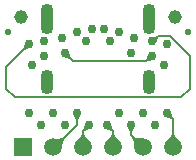
<source format=gbr>
%TF.GenerationSoftware,Altium Limited,Altium Designer,21.3.2 (30)*%
G04 Layer_Physical_Order=4*
G04 Layer_Color=16711680*
%FSLAX44Y44*%
%MOMM*%
%TF.SameCoordinates,675AFF39-0D07-4396-8A84-043E8CC343DD*%
%TF.FilePolarity,Positive*%
%TF.FileFunction,Copper,L4,Bot,Signal*%
%TF.Part,Single*%
G01*
G75*
%TA.AperFunction,Conductor*%
%ADD13C,0.2032*%
%TA.AperFunction,WasherPad*%
%ADD14C,1.1520*%
%TA.AperFunction,ComponentPad*%
%ADD15R,1.5000X1.5000*%
%ADD16C,1.5000*%
%ADD17O,1.1000X2.6000*%
%ADD18O,1.1000X2.1000*%
%TA.AperFunction,ViaPad*%
%ADD19C,0.7620*%
%ADD20C,0.5588*%
G36*
X50973Y-7407D02*
X50769Y-7630D01*
X50577Y-7881D01*
X50396Y-8159D01*
X50228Y-8465D01*
X50071Y-8798D01*
X49926Y-9158D01*
X49671Y-9961D01*
X49561Y-10404D01*
X49462Y-10874D01*
X46509Y-6432D01*
X46923Y-6506D01*
X47319Y-6545D01*
X47697Y-6552D01*
X48057Y-6525D01*
X48399Y-6465D01*
X48723Y-6373D01*
X49029Y-6246D01*
X49316Y-6087D01*
X49585Y-5895D01*
X49837Y-5669D01*
X50973Y-7407D01*
D02*
G37*
G36*
X-58458Y-16510D02*
X-58909Y-16517D01*
X-59336Y-16547D01*
X-59740Y-16601D01*
X-60121Y-16678D01*
X-60478Y-16779D01*
X-60812Y-16903D01*
X-61123Y-17050D01*
X-61410Y-17220D01*
X-61674Y-17414D01*
X-61915Y-17631D01*
X-63351Y-16195D01*
X-63134Y-15954D01*
X-62940Y-15690D01*
X-62770Y-15403D01*
X-62622Y-15092D01*
X-62499Y-14758D01*
X-62398Y-14401D01*
X-62321Y-14020D01*
X-62267Y-13616D01*
X-62237Y-13189D01*
X-62230Y-12738D01*
X-58458Y-16510D01*
D02*
G37*
G36*
X-24123Y-20809D02*
X-24093Y-21236D01*
X-24039Y-21640D01*
X-23962Y-22021D01*
X-23861Y-22378D01*
X-23737Y-22712D01*
X-23590Y-23023D01*
X-23420Y-23310D01*
X-23226Y-23574D01*
X-23009Y-23815D01*
X-24445Y-25251D01*
X-24686Y-25034D01*
X-24950Y-24840D01*
X-25237Y-24670D01*
X-25548Y-24523D01*
X-25882Y-24399D01*
X-26239Y-24298D01*
X-26620Y-24221D01*
X-27024Y-24167D01*
X-27451Y-24137D01*
X-27902Y-24130D01*
X-24130Y-20358D01*
X-24123Y-20809D01*
D02*
G37*
G36*
X44931Y-26588D02*
X44517Y-26514D01*
X44121Y-26475D01*
X43743Y-26468D01*
X43383Y-26495D01*
X43041Y-26555D01*
X42717Y-26647D01*
X42411Y-26774D01*
X42124Y-26933D01*
X41855Y-27125D01*
X41603Y-27351D01*
X40467Y-25613D01*
X40671Y-25390D01*
X40863Y-25139D01*
X41044Y-24861D01*
X41212Y-24555D01*
X41369Y-24222D01*
X41514Y-23862D01*
X41769Y-23059D01*
X41879Y-22616D01*
X41978Y-22146D01*
X44931Y-26588D01*
D02*
G37*
G36*
X62237Y-71609D02*
X62267Y-72036D01*
X62321Y-72440D01*
X62398Y-72821D01*
X62499Y-73178D01*
X62622Y-73512D01*
X62770Y-73823D01*
X62940Y-74110D01*
X63134Y-74374D01*
X63351Y-74615D01*
X61915Y-76051D01*
X61674Y-75834D01*
X61410Y-75640D01*
X61123Y-75470D01*
X60812Y-75322D01*
X60478Y-75199D01*
X60121Y-75098D01*
X59740Y-75021D01*
X59336Y-74967D01*
X58909Y-74937D01*
X58458Y-74930D01*
X62230Y-71158D01*
X62237Y-71609D01*
D02*
G37*
G36*
X-15427Y-74165D02*
X-15707Y-74488D01*
X-15955Y-74812D01*
X-16170Y-75136D01*
X-16351Y-75459D01*
X-16500Y-75783D01*
X-16615Y-76107D01*
X-16698Y-76431D01*
X-16747Y-76754D01*
X-16764Y-77078D01*
X-18796D01*
X-18813Y-76754D01*
X-18862Y-76431D01*
X-18945Y-76107D01*
X-19060Y-75783D01*
X-19209Y-75459D01*
X-19390Y-75136D01*
X-19605Y-74812D01*
X-19853Y-74488D01*
X-20133Y-74165D01*
X-20447Y-73841D01*
X-15113D01*
X-15427Y-74165D01*
D02*
G37*
G36*
X11437Y-81769D02*
X11467Y-82196D01*
X11521Y-82600D01*
X11598Y-82981D01*
X11699Y-83338D01*
X11823Y-83672D01*
X11970Y-83983D01*
X12140Y-84270D01*
X12334Y-84534D01*
X12551Y-84775D01*
X11115Y-86211D01*
X10874Y-85994D01*
X10610Y-85800D01*
X10323Y-85630D01*
X10012Y-85483D01*
X9678Y-85359D01*
X9321Y-85258D01*
X8940Y-85181D01*
X8536Y-85127D01*
X8109Y-85097D01*
X7658Y-85090D01*
X11430Y-81318D01*
X11437Y-81769D01*
D02*
G37*
G36*
X-7658Y-85090D02*
X-8109Y-85097D01*
X-8536Y-85127D01*
X-8940Y-85181D01*
X-9321Y-85258D01*
X-9678Y-85359D01*
X-10012Y-85483D01*
X-10323Y-85630D01*
X-10610Y-85800D01*
X-10874Y-85994D01*
X-11115Y-86211D01*
X-12551Y-84775D01*
X-12334Y-84534D01*
X-12140Y-84270D01*
X-11970Y-83983D01*
X-11823Y-83672D01*
X-11699Y-83338D01*
X-11598Y-82981D01*
X-11521Y-82600D01*
X-11467Y-82196D01*
X-11437Y-81769D01*
X-11430Y-81318D01*
X-7658Y-85090D01*
D02*
G37*
G36*
X30293Y-84325D02*
X30013Y-84648D01*
X29765Y-84972D01*
X29550Y-85296D01*
X29369Y-85619D01*
X29220Y-85943D01*
X29105Y-86267D01*
X29022Y-86590D01*
X28972Y-86914D01*
X28956Y-87238D01*
X26924D01*
X26907Y-86914D01*
X26858Y-86590D01*
X26775Y-86267D01*
X26660Y-85943D01*
X26511Y-85619D01*
X26330Y-85296D01*
X26115Y-84972D01*
X25867Y-84648D01*
X25587Y-84325D01*
X25273Y-84001D01*
X30607D01*
X30293Y-84325D01*
D02*
G37*
G36*
X-28486Y-92961D02*
X-28784Y-93316D01*
X-29065Y-93765D01*
X-29326Y-94307D01*
X-29569Y-94944D01*
X-29793Y-95674D01*
X-29999Y-96497D01*
X-30355Y-98427D01*
X-30636Y-100730D01*
X-37220Y-92552D01*
X-36136Y-92659D01*
X-34194Y-92723D01*
X-33336Y-92680D01*
X-32553Y-92587D01*
X-31845Y-92444D01*
X-31212Y-92250D01*
X-30655Y-92006D01*
X-30173Y-91712D01*
X-29766Y-91368D01*
X-28486Y-92961D01*
D02*
G37*
G36*
X64558Y-88571D02*
X64685Y-89108D01*
X64897Y-89679D01*
X65193Y-90285D01*
X65574Y-90925D01*
X66040Y-91600D01*
X66591Y-92309D01*
X67945Y-93831D01*
X68750Y-94644D01*
X58250D01*
X59054Y-93831D01*
X60409Y-92309D01*
X60960Y-91600D01*
X61425Y-90925D01*
X61807Y-90285D01*
X62103Y-89679D01*
X62315Y-89108D01*
X62442Y-88571D01*
X62484Y-88069D01*
X64516D01*
X64558Y-88571D01*
D02*
G37*
G36*
X13758D02*
X13885Y-89108D01*
X14097Y-89679D01*
X14393Y-90285D01*
X14775Y-90925D01*
X15240Y-91600D01*
X15791Y-92309D01*
X17146Y-93831D01*
X17950Y-94644D01*
X7450D01*
X8255Y-93831D01*
X9609Y-92309D01*
X10160Y-91600D01*
X10625Y-90925D01*
X11007Y-90285D01*
X11303Y-89679D01*
X11515Y-89108D01*
X11642Y-88571D01*
X11684Y-88069D01*
X13716D01*
X13758Y-88571D01*
D02*
G37*
G36*
X-11642D02*
X-11515Y-89108D01*
X-11303Y-89679D01*
X-11007Y-90285D01*
X-10625Y-90925D01*
X-10160Y-91600D01*
X-9609Y-92309D01*
X-8255Y-93831D01*
X-7450Y-94644D01*
X-17950D01*
X-17146Y-93831D01*
X-15791Y-92309D01*
X-15240Y-91600D01*
X-14775Y-90925D01*
X-14393Y-90285D01*
X-14097Y-89679D01*
X-13885Y-89108D01*
X-13758Y-88571D01*
X-13716Y-88069D01*
X-11684D01*
X-11642Y-88571D01*
D02*
G37*
G36*
X30767Y-91170D02*
X31236Y-91460D01*
X31790Y-91714D01*
X32428Y-91933D01*
X33150Y-92116D01*
X33956Y-92264D01*
X34847Y-92376D01*
X36881Y-92494D01*
X38025Y-92500D01*
X30600Y-99925D01*
X30594Y-98781D01*
X30476Y-96747D01*
X30364Y-95857D01*
X30216Y-95050D01*
X30033Y-94328D01*
X29814Y-93690D01*
X29560Y-93136D01*
X29270Y-92667D01*
X28945Y-92282D01*
X30382Y-90845D01*
X30767Y-91170D01*
D02*
G37*
D13*
X63500Y-100000D02*
Y-76200D01*
X58420Y-71120D02*
X63500Y-76200D01*
X27940Y-89840D02*
X38100Y-100000D01*
X27940Y-89840D02*
Y-81280D01*
X12700Y-100000D02*
Y-86360D01*
X7620Y-81280D02*
X12700Y-86360D01*
X-12700Y-100000D02*
Y-86360D01*
X-7620Y-81280D01*
X-17780Y-80819D02*
Y-71120D01*
X-37498Y-99398D02*
X-36359D01*
X-17780Y-80819D01*
X44657Y-22860D02*
X45720D01*
X-27940Y-20320D02*
X-21082Y-27178D01*
X40339D01*
X77794Y-50299D02*
Y-22375D01*
X45720Y-10160D02*
X46783D01*
X51101Y-5842D01*
X61261D01*
X77794Y-22375D01*
X40339Y-27178D02*
X44657Y-22860D01*
X70299Y-57794D02*
X77794Y-50299D01*
X-77794Y-50300D02*
Y-32074D01*
X-70300Y-57794D02*
X70299D01*
X-77794Y-32074D02*
X-58420Y-12700D01*
X-77794Y-50300D02*
X-70300Y-57794D01*
D14*
X65000Y10000D02*
D03*
X-65000D02*
D03*
D15*
X-63500Y-100000D02*
D03*
D16*
X-38100D02*
D03*
X-12700D02*
D03*
X12700D02*
D03*
X38100D02*
D03*
X63500D02*
D03*
D17*
X43600Y9040D02*
D03*
X-42800D02*
D03*
D18*
X43400Y-44460D02*
D03*
X-43000D02*
D03*
D19*
X58420Y-71120D02*
D03*
X48260Y-81280D02*
D03*
X38100Y-71120D02*
D03*
X27940Y-81280D02*
D03*
X17780Y-71120D02*
D03*
X7620Y-81280D02*
D03*
X-7620D02*
D03*
X-17780Y-71120D02*
D03*
X-27940Y-81280D02*
D03*
X-38100Y-71120D02*
D03*
X-48260Y-81280D02*
D03*
X-58420Y-71120D02*
D03*
X10160Y-10160D02*
D03*
X17780Y-2540D02*
D03*
X-17780D02*
D03*
X-5080Y0D02*
D03*
X5080D02*
D03*
X-10160Y-10160D02*
D03*
X45720Y-22860D02*
D03*
X-27940Y-20320D02*
D03*
X27940D02*
D03*
X-45720Y-10160D02*
D03*
X45720D02*
D03*
X30480Y-7620D02*
D03*
X-55880Y-30480D02*
D03*
X-45720Y-22860D02*
D03*
X55880Y-30480D02*
D03*
X-30480Y-7620D02*
D03*
X-58420Y-12700D02*
D03*
X58420D02*
D03*
D20*
X76200Y-2540D02*
D03*
X-76200D02*
D03*
%TF.MD5,77f35e7713d88c22f1cea6c8c98b7f88*%
M02*

</source>
